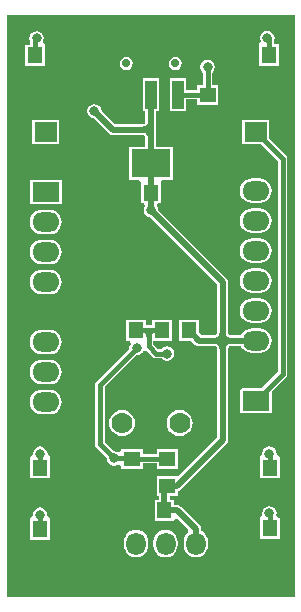
<source format=gbl>
G04*
G04 #@! TF.GenerationSoftware,Altium Limited,Altium Designer,18.1.6 (161)*
G04*
G04 Layer_Physical_Order=2*
G04 Layer_Color=16711680*
%FSTAX24Y24*%
%MOIN*%
G70*
G01*
G75*
%ADD18R,0.0550X0.0500*%
%ADD19R,0.0500X0.0550*%
%ADD40C,0.0150*%
%ADD41C,0.0200*%
%ADD43O,0.0900X0.0650*%
%ADD44R,0.0900X0.0650*%
%ADD45O,0.0750X0.0650*%
%ADD46R,0.0750X0.0650*%
%ADD47C,0.0700*%
%ADD48O,0.0650X0.0750*%
%ADD49C,0.0276*%
%ADD50C,0.0315*%
%ADD51R,0.0394X0.0945*%
%ADD52R,0.1299X0.0945*%
G36*
X01971Y010133D02*
X010133D01*
Y029552D01*
X01971D01*
Y010133D01*
D02*
G37*
%LPC*%
G36*
X011114Y029008D02*
X011021Y02899D01*
X010943Y028937D01*
X01089Y028859D01*
X010872Y028766D01*
X010889Y028678D01*
Y028561D01*
X010717D01*
Y027851D01*
X011377D01*
Y028561D01*
X011377D01*
X011329Y028661D01*
X011338Y028673D01*
X011356Y028766D01*
X011338Y028859D01*
X011285Y028937D01*
X011207Y02899D01*
X011114Y029008D01*
D02*
G37*
G36*
X018803Y029026D02*
X018711Y029007D01*
X018632Y028955D01*
X01858Y028876D01*
X018561Y028783D01*
X01858Y028691D01*
X018597Y028665D01*
X018543Y028565D01*
X01854D01*
Y027855D01*
X0192D01*
Y028565D01*
X019028D01*
Y028695D01*
X019046Y028783D01*
X019027Y028876D01*
X018975Y028955D01*
X018896Y029007D01*
X018803Y029026D01*
D02*
G37*
G36*
X015738Y028155D02*
X015653Y028138D01*
X015581Y02809D01*
X015533Y028018D01*
X015516Y027933D01*
X015533Y027848D01*
X015581Y027776D01*
X015653Y027728D01*
X015738Y027711D01*
X015823Y027728D01*
X015895Y027776D01*
X015943Y027848D01*
X01596Y027933D01*
X015943Y028018D01*
X015895Y02809D01*
X015823Y028138D01*
X015738Y028155D01*
D02*
G37*
G36*
X014104D02*
X014019Y028138D01*
X013947Y02809D01*
X013899Y028018D01*
X013882Y027933D01*
X013899Y027848D01*
X013947Y027776D01*
X014019Y027728D01*
X014104Y027711D01*
X014189Y027728D01*
X014261Y027776D01*
X014309Y027848D01*
X014326Y027933D01*
X014309Y028018D01*
X014261Y02809D01*
X014189Y028138D01*
X014104Y028155D01*
D02*
G37*
G36*
X016811Y028051D02*
X016718Y028033D01*
X01664Y02798D01*
X016587Y027902D01*
X016569Y027809D01*
X016587Y027716D01*
X01664Y027638D01*
X016653Y027629D01*
Y02722D01*
X016456D01*
Y027048D01*
X016104D01*
Y027442D01*
X01555D01*
Y026337D01*
X016104D01*
Y026732D01*
X016456D01*
Y02656D01*
X017166D01*
Y02722D01*
X016969D01*
Y027629D01*
X016982Y027638D01*
X017035Y027716D01*
X017053Y027809D01*
X017035Y027902D01*
X016982Y02798D01*
X016904Y028033D01*
X016811Y028051D01*
D02*
G37*
G36*
X015198Y027442D02*
X014644D01*
Y026337D01*
X014738D01*
Y025999D01*
X014734Y025978D01*
X014728Y02596D01*
X014721Y025948D01*
X014713Y025938D01*
X014704Y02593D01*
X014691Y025923D01*
X014673Y025917D01*
X014652Y025914D01*
X013725D01*
X013278Y02636D01*
X013264Y026431D01*
X013211Y02651D01*
X013133Y026562D01*
X01304Y026581D01*
X012947Y026562D01*
X012869Y02651D01*
X012816Y026431D01*
X012798Y026339D01*
X012816Y026246D01*
X012869Y026167D01*
X012947Y026115D01*
X013018Y026101D01*
X013519Y0256D01*
X013578Y02556D01*
X013649Y025546D01*
X014652D01*
X014673Y025543D01*
X014691Y025537D01*
X014704Y02553D01*
X014713Y025522D01*
X014721Y025512D01*
X014728Y0255D01*
X014734Y025482D01*
X014738Y025461D01*
Y025159D01*
X014192D01*
Y024054D01*
X014535D01*
X014591Y023977D01*
Y023267D01*
X014681D01*
X01472Y023167D01*
X014698Y023134D01*
X014679Y023041D01*
X014698Y022949D01*
X01475Y02287D01*
X014829Y022818D01*
X0149Y022803D01*
X017126Y020577D01*
Y018962D01*
X017123Y018941D01*
X017117Y018923D01*
X01711Y01891D01*
X017102Y018901D01*
X017092Y018893D01*
X01708Y018886D01*
X017062Y01888D01*
X017041Y018876D01*
X016603D01*
X01651Y01897D01*
Y019395D01*
X01585D01*
Y018685D01*
X016275D01*
X016397Y018563D01*
X016457Y018523D01*
X016527Y018509D01*
X017041D01*
X017062Y018506D01*
X01708Y0185D01*
X017092Y018493D01*
X017102Y018485D01*
X01711Y018475D01*
X017117Y018462D01*
X017123Y018445D01*
X017126Y018424D01*
Y015466D01*
X015903Y014242D01*
X015827Y014188D01*
Y014188D01*
X015827Y014188D01*
X015117D01*
Y013528D01*
X015193D01*
Y013386D01*
X015046D01*
Y012677D01*
X015706D01*
Y012727D01*
X015806Y012768D01*
X016161Y012414D01*
X016151Y012282D01*
X016132Y012268D01*
X016067Y012183D01*
X016027Y012085D01*
X016013Y011979D01*
Y011879D01*
X016027Y011773D01*
X016067Y011675D01*
X016132Y01159D01*
X016217Y011525D01*
X016316Y011485D01*
X016421Y011471D01*
X016527Y011485D01*
X016626Y011525D01*
X01671Y01159D01*
X016775Y011675D01*
X016816Y011773D01*
X01683Y011879D01*
Y011979D01*
X016816Y012085D01*
X016775Y012183D01*
X01671Y012268D01*
X016626Y012333D01*
X016605Y012341D01*
Y012413D01*
X016591Y012483D01*
X016551Y012543D01*
X015932Y013161D01*
X015873Y013201D01*
X015803Y013215D01*
X015706D01*
Y013386D01*
X01556D01*
Y013528D01*
X015827D01*
Y013685D01*
X015848Y013689D01*
X015908Y013728D01*
X01744Y01526D01*
X01748Y01532D01*
X017494Y01539D01*
Y018424D01*
X017497Y018445D01*
X017503Y018462D01*
X01751Y018475D01*
X017518Y018485D01*
X017528Y018493D01*
X01754Y0185D01*
X017558Y018506D01*
X017579Y018509D01*
X017934D01*
X017942Y018489D01*
X018007Y018404D01*
X018092Y018339D01*
X018191Y018298D01*
X018296Y018284D01*
X018546D01*
X018652Y018298D01*
X018751Y018339D01*
X018835Y018404D01*
X0189Y018489D01*
X018941Y018587D01*
X018955Y018693D01*
X018941Y018799D01*
X0189Y018897D01*
X018835Y018982D01*
X018751Y019047D01*
X018652Y019087D01*
X018546Y019101D01*
X018296D01*
X018191Y019087D01*
X018092Y019047D01*
X018007Y018982D01*
X017942Y018897D01*
X017934Y018876D01*
X017579D01*
X017558Y01888D01*
X01754Y018886D01*
X017528Y018893D01*
X017518Y018901D01*
X01751Y01891D01*
X017503Y018923D01*
X017497Y018941D01*
X017494Y018962D01*
Y020653D01*
X01748Y020723D01*
X01744Y020782D01*
X015159Y023063D01*
X015145Y023134D01*
X015123Y023167D01*
X015162Y023267D01*
X015251D01*
Y023977D01*
X015307Y024054D01*
X015651D01*
Y025159D01*
X015105D01*
Y02573D01*
Y026337D01*
X015198D01*
Y027442D01*
D02*
G37*
G36*
X011876Y026051D02*
X010966D01*
Y025241D01*
X011876D01*
Y026051D01*
D02*
G37*
G36*
X018546Y024101D02*
X018296D01*
X018191Y024087D01*
X018092Y024047D01*
X018007Y023982D01*
X017942Y023897D01*
X017902Y023799D01*
X017888Y023693D01*
X017902Y023587D01*
X017942Y023489D01*
X018007Y023404D01*
X018092Y023339D01*
X018191Y023298D01*
X018296Y023284D01*
X018546D01*
X018652Y023298D01*
X018751Y023339D01*
X018835Y023404D01*
X0189Y023489D01*
X018941Y023587D01*
X018955Y023693D01*
X018941Y023799D01*
X0189Y023897D01*
X018835Y023982D01*
X018751Y024047D01*
X018652Y024087D01*
X018546Y024101D01*
D02*
G37*
G36*
X011951Y024051D02*
X010891D01*
Y023241D01*
X011951D01*
Y024051D01*
D02*
G37*
G36*
X018546Y023101D02*
X018296D01*
X018191Y023087D01*
X018092Y023047D01*
X018007Y022982D01*
X017942Y022897D01*
X017902Y022799D01*
X017888Y022693D01*
X017902Y022587D01*
X017942Y022489D01*
X018007Y022404D01*
X018092Y022339D01*
X018191Y022298D01*
X018296Y022284D01*
X018546D01*
X018652Y022298D01*
X018751Y022339D01*
X018835Y022404D01*
X0189Y022489D01*
X018941Y022587D01*
X018955Y022693D01*
X018941Y022799D01*
X0189Y022897D01*
X018835Y022982D01*
X018751Y023047D01*
X018652Y023087D01*
X018546Y023101D01*
D02*
G37*
G36*
X011546Y023054D02*
X011296D01*
X011191Y02304D01*
X011092Y022999D01*
X011007Y022935D01*
X010942Y02285D01*
X010902Y022751D01*
X010888Y022646D01*
X010902Y02254D01*
X010942Y022441D01*
X011007Y022357D01*
X011092Y022292D01*
X011191Y022251D01*
X011296Y022237D01*
X011546D01*
X011652Y022251D01*
X011751Y022292D01*
X011835Y022357D01*
X0119Y022441D01*
X011941Y02254D01*
X011955Y022646D01*
X011941Y022751D01*
X0119Y02285D01*
X011835Y022935D01*
X011751Y022999D01*
X011652Y02304D01*
X011546Y023054D01*
D02*
G37*
G36*
X018546Y022101D02*
X018296D01*
X018191Y022087D01*
X018092Y022047D01*
X018007Y021982D01*
X017942Y021897D01*
X017902Y021799D01*
X017888Y021693D01*
X017902Y021587D01*
X017942Y021489D01*
X018007Y021404D01*
X018092Y021339D01*
X018191Y021298D01*
X018296Y021284D01*
X018546D01*
X018652Y021298D01*
X018751Y021339D01*
X018835Y021404D01*
X0189Y021489D01*
X018941Y021587D01*
X018955Y021693D01*
X018941Y021799D01*
X0189Y021897D01*
X018835Y021982D01*
X018751Y022047D01*
X018652Y022087D01*
X018546Y022101D01*
D02*
G37*
G36*
X011546Y022054D02*
X011296D01*
X011191Y02204D01*
X011092Y021999D01*
X011007Y021935D01*
X010942Y02185D01*
X010902Y021751D01*
X010888Y021646D01*
X010902Y02154D01*
X010942Y021441D01*
X011007Y021357D01*
X011092Y021292D01*
X011191Y021251D01*
X011296Y021237D01*
X011546D01*
X011652Y021251D01*
X011751Y021292D01*
X011835Y021357D01*
X0119Y021441D01*
X011941Y02154D01*
X011955Y021646D01*
X011941Y021751D01*
X0119Y02185D01*
X011835Y021935D01*
X011751Y021999D01*
X011652Y02204D01*
X011546Y022054D01*
D02*
G37*
G36*
X018546Y021101D02*
X018296D01*
X018191Y021087D01*
X018092Y021047D01*
X018007Y020982D01*
X017942Y020897D01*
X017902Y020799D01*
X017888Y020693D01*
X017902Y020587D01*
X017942Y020489D01*
X018007Y020404D01*
X018092Y020339D01*
X018191Y020298D01*
X018296Y020284D01*
X018546D01*
X018652Y020298D01*
X018751Y020339D01*
X018835Y020404D01*
X0189Y020489D01*
X018941Y020587D01*
X018955Y020693D01*
X018941Y020799D01*
X0189Y020897D01*
X018835Y020982D01*
X018751Y021047D01*
X018652Y021087D01*
X018546Y021101D01*
D02*
G37*
G36*
X011546Y021054D02*
X011296D01*
X011191Y02104D01*
X011092Y020999D01*
X011007Y020935D01*
X010942Y02085D01*
X010902Y020751D01*
X010888Y020646D01*
X010902Y02054D01*
X010942Y020441D01*
X011007Y020357D01*
X011092Y020292D01*
X011191Y020251D01*
X011296Y020237D01*
X011546D01*
X011652Y020251D01*
X011751Y020292D01*
X011835Y020357D01*
X0119Y020441D01*
X011941Y02054D01*
X011955Y020646D01*
X011941Y020751D01*
X0119Y02085D01*
X011835Y020935D01*
X011751Y020999D01*
X011652Y02104D01*
X011546Y021054D01*
D02*
G37*
G36*
X018546Y020101D02*
X018296D01*
X018191Y020087D01*
X018092Y020047D01*
X018007Y019982D01*
X017942Y019897D01*
X017902Y019799D01*
X017888Y019693D01*
X017902Y019587D01*
X017942Y019489D01*
X018007Y019404D01*
X018092Y019339D01*
X018191Y019298D01*
X018296Y019284D01*
X018546D01*
X018652Y019298D01*
X018751Y019339D01*
X018835Y019404D01*
X0189Y019489D01*
X018941Y019587D01*
X018955Y019693D01*
X018941Y019799D01*
X0189Y019897D01*
X018835Y019982D01*
X018751Y020047D01*
X018652Y020087D01*
X018546Y020101D01*
D02*
G37*
G36*
X01561Y019395D02*
X01495D01*
Y019198D01*
X01475D01*
Y019395D01*
X01409D01*
Y018685D01*
X014216D01*
X014227Y018672D01*
X01426Y018585D01*
X014225Y018533D01*
X014207Y01844D01*
X01421Y018424D01*
X013108Y017323D01*
X013074Y017272D01*
X013062Y017211D01*
Y01525D01*
X013074Y01519D01*
X013108Y015138D01*
X013461Y014786D01*
X013458Y01477D01*
X013476Y014677D01*
X013529Y014599D01*
X013607Y014546D01*
X0137Y014528D01*
X013793Y014546D01*
X013836Y014575D01*
X013936Y01453D01*
Y014428D01*
X014646D01*
Y0146D01*
X015117D01*
Y014428D01*
X015827D01*
Y015088D01*
X015117D01*
Y014916D01*
X014646D01*
Y015088D01*
X013936D01*
Y01501D01*
X013836Y014965D01*
X013793Y014994D01*
X0137Y015012D01*
X013684Y015009D01*
X013378Y015315D01*
Y017146D01*
X014433Y018201D01*
X014449Y018198D01*
X014541Y018216D01*
X01462Y018269D01*
X01466Y018329D01*
X014664Y018332D01*
X014737Y01835D01*
X014775Y018351D01*
X014978Y018148D01*
X01503Y018114D01*
X01509Y018102D01*
X01528D01*
X015289Y018089D01*
X015367Y018036D01*
X01546Y018018D01*
X015553Y018036D01*
X015631Y018089D01*
X015684Y018167D01*
X015702Y01826D01*
X015684Y018353D01*
X015631Y018431D01*
X015553Y018484D01*
X01546Y018502D01*
X015367Y018484D01*
X015289Y018431D01*
X01528Y018418D01*
X015155D01*
X015008Y018565D01*
Y018685D01*
X01561D01*
Y019395D01*
D02*
G37*
G36*
X011546Y019054D02*
X011296D01*
X011191Y01904D01*
X011092Y018999D01*
X011007Y018935D01*
X010942Y01885D01*
X010902Y018751D01*
X010888Y018646D01*
X010902Y01854D01*
X010942Y018441D01*
X011007Y018357D01*
X011092Y018292D01*
X011191Y018251D01*
X011296Y018237D01*
X011546D01*
X011652Y018251D01*
X011751Y018292D01*
X011835Y018357D01*
X0119Y018441D01*
X011941Y01854D01*
X011955Y018646D01*
X011941Y018751D01*
X0119Y01885D01*
X011835Y018935D01*
X011751Y018999D01*
X011652Y01904D01*
X011546Y019054D01*
D02*
G37*
G36*
Y018054D02*
X011296D01*
X011191Y01804D01*
X011092Y017999D01*
X011007Y017935D01*
X010942Y01785D01*
X010902Y017751D01*
X010888Y017646D01*
X010902Y01754D01*
X010942Y017441D01*
X011007Y017357D01*
X011092Y017292D01*
X011191Y017251D01*
X011296Y017237D01*
X011546D01*
X011652Y017251D01*
X011751Y017292D01*
X011835Y017357D01*
X0119Y017441D01*
X011941Y01754D01*
X011955Y017646D01*
X011941Y017751D01*
X0119Y01785D01*
X011835Y017935D01*
X011751Y017999D01*
X011652Y01804D01*
X011546Y018054D01*
D02*
G37*
G36*
X018876Y026051D02*
X017966D01*
Y025241D01*
X018603D01*
X019152Y024691D01*
Y017647D01*
X018603Y017098D01*
X017891D01*
Y016288D01*
X018951D01*
Y016999D01*
X019422Y01747D01*
X019456Y017521D01*
X019468Y017582D01*
Y024757D01*
X019456Y024817D01*
X019422Y024869D01*
X018876Y025414D01*
Y026051D01*
D02*
G37*
G36*
X011546Y017054D02*
X011296D01*
X011191Y01704D01*
X011092Y016999D01*
X011007Y016935D01*
X010942Y01685D01*
X010902Y016751D01*
X010888Y016646D01*
X010902Y01654D01*
X010942Y016441D01*
X011007Y016357D01*
X011092Y016292D01*
X011191Y016251D01*
X011296Y016237D01*
X011546D01*
X011652Y016251D01*
X011751Y016292D01*
X011835Y016357D01*
X0119Y016441D01*
X011941Y01654D01*
X011955Y016646D01*
X011941Y016751D01*
X0119Y01685D01*
X011835Y016935D01*
X011751Y016999D01*
X011652Y01704D01*
X011546Y017054D01*
D02*
G37*
G36*
X015882Y016379D02*
X01577Y016364D01*
X015665Y01632D01*
X015575Y016252D01*
X015506Y016162D01*
X015463Y016057D01*
X015448Y015945D01*
X015463Y015833D01*
X015506Y015728D01*
X015575Y015638D01*
X015665Y015569D01*
X01577Y015526D01*
X015882Y015511D01*
X015994Y015526D01*
X016099Y015569D01*
X016189Y015638D01*
X016257Y015728D01*
X016301Y015833D01*
X016316Y015945D01*
X016301Y016057D01*
X016257Y016162D01*
X016189Y016252D01*
X016099Y01632D01*
X015994Y016364D01*
X015882Y016379D01*
D02*
G37*
G36*
X013961D02*
X013848Y016364D01*
X013744Y01632D01*
X013654Y016252D01*
X013585Y016162D01*
X013542Y016057D01*
X013527Y015945D01*
X013542Y015833D01*
X013585Y015728D01*
X013654Y015638D01*
X013744Y015569D01*
X013848Y015526D01*
X013961Y015511D01*
X014073Y015526D01*
X014177Y015569D01*
X014267Y015638D01*
X014336Y015728D01*
X01438Y015833D01*
X014394Y015945D01*
X01438Y016057D01*
X014336Y016162D01*
X014267Y016252D01*
X014177Y01632D01*
X014073Y016364D01*
X013961Y016379D01*
D02*
G37*
G36*
X018873Y015169D02*
X018781Y01515D01*
X018702Y015098D01*
X01865Y015019D01*
X018631Y014927D01*
X018634Y014915D01*
X018551Y014815D01*
X01855D01*
Y014105D01*
X01921D01*
Y014815D01*
X019195D01*
X019113Y014915D01*
X019116Y014927D01*
X019097Y015019D01*
X019045Y015098D01*
X018966Y01515D01*
X018873Y015169D01*
D02*
G37*
G36*
X011237Y015166D02*
X011144Y015147D01*
X011065Y015095D01*
X011013Y015016D01*
X010994Y014923D01*
X010996Y014915D01*
X010914Y014815D01*
X0109D01*
Y014105D01*
X01156D01*
Y014815D01*
X011559D01*
X011477Y014915D01*
X011479Y014923D01*
X01146Y015016D01*
X011408Y015095D01*
X011329Y015147D01*
X011237Y015166D01*
D02*
G37*
G36*
X018873Y013179D02*
X018781Y01316D01*
X018702Y013108D01*
X01865Y013029D01*
X018631Y012937D01*
X01864Y012895D01*
X018571Y012795D01*
X01856D01*
Y012085D01*
X01922D01*
Y012795D01*
X019175D01*
X019107Y012895D01*
X019116Y012937D01*
X019097Y013029D01*
X019045Y013108D01*
X018966Y01316D01*
X018873Y013179D01*
D02*
G37*
G36*
X01123Y013132D02*
X011137Y013114D01*
X011059Y013061D01*
X011006Y012983D01*
X010988Y01289D01*
X010993Y012865D01*
X010917Y012765D01*
X0109D01*
Y012055D01*
X01156D01*
Y012765D01*
X011543D01*
X011467Y012865D01*
X011472Y01289D01*
X011454Y012983D01*
X011401Y013061D01*
X011323Y013114D01*
X01123Y013132D01*
D02*
G37*
G36*
X015411Y012388D02*
X015306Y012374D01*
X015207Y012333D01*
X015122Y012268D01*
X015057Y012183D01*
X015017Y012085D01*
X015003Y011979D01*
Y011879D01*
X015017Y011773D01*
X015057Y011675D01*
X015122Y01159D01*
X015207Y011525D01*
X015306Y011485D01*
X015411Y011471D01*
X015517Y011485D01*
X015616Y011525D01*
X0157Y01159D01*
X015765Y011675D01*
X015806Y011773D01*
X01582Y011879D01*
Y011979D01*
X015806Y012085D01*
X015765Y012183D01*
X0157Y012268D01*
X015616Y012333D01*
X015517Y012374D01*
X015411Y012388D01*
D02*
G37*
G36*
X014431D02*
X014326Y012374D01*
X014227Y012333D01*
X014142Y012268D01*
X014077Y012183D01*
X014037Y012085D01*
X014023Y011979D01*
Y011879D01*
X014037Y011773D01*
X014077Y011675D01*
X014142Y01159D01*
X014227Y011525D01*
X014326Y011485D01*
X014431Y011471D01*
X014537Y011485D01*
X014636Y011525D01*
X01472Y01159D01*
X014785Y011675D01*
X014826Y011773D01*
X01484Y011879D01*
Y011979D01*
X014826Y012085D01*
X014785Y012183D01*
X01472Y012268D01*
X014636Y012333D01*
X014537Y012374D01*
X014431Y012388D01*
D02*
G37*
%LPD*%
G36*
X015021Y02573D02*
X014821Y02543D01*
X014819Y025468D01*
X014813Y025502D01*
X014803Y025532D01*
X014789Y025558D01*
X014771Y02558D01*
X014749Y025598D01*
X014723Y025612D01*
X014693Y025622D01*
X014659Y025628D01*
X014621Y02563D01*
Y02583D01*
X014659Y025832D01*
X014693Y025838D01*
X014723Y025848D01*
X014749Y025862D01*
X014771Y02588D01*
X014789Y025902D01*
X014803Y025928D01*
X014813Y025958D01*
X014819Y025992D01*
X014821Y02603D01*
X015021Y02573D01*
D02*
G37*
G36*
X017412Y018955D02*
X017418Y018921D01*
X017428Y018891D01*
X017442Y018865D01*
X01746Y018843D01*
X017482Y018825D01*
X017508Y018811D01*
X017538Y018801D01*
X017572Y018795D01*
X01761Y018793D01*
Y018593D01*
X017572Y018591D01*
X017538Y018585D01*
X017508Y018575D01*
X017482Y018561D01*
X01746Y018543D01*
X017442Y018521D01*
X017428Y018495D01*
X017418Y018465D01*
X017412Y018431D01*
X01741Y018393D01*
X01721D01*
X017208Y018431D01*
X017202Y018465D01*
X017192Y018495D01*
X017178Y018521D01*
X01716Y018543D01*
X017138Y018561D01*
X017112Y018575D01*
X017082Y018585D01*
X017048Y018591D01*
X01701Y018593D01*
Y018793D01*
X017048Y018795D01*
X017082Y018801D01*
X017112Y018811D01*
X017138Y018825D01*
X01716Y018843D01*
X017178Y018865D01*
X017192Y018891D01*
X017202Y018921D01*
X017208Y018955D01*
X01721Y018993D01*
X01741D01*
X017412Y018955D01*
D02*
G37*
G36*
X015075Y018965D02*
X015046Y018964D01*
X015021Y018959D01*
X014999Y018951D01*
X014979Y018941D01*
X014963Y018928D01*
X014949Y018911D01*
X014938Y018892D01*
X014931Y018869D01*
X014927Y018843D01*
X014925Y018815D01*
X014775D01*
X014773Y018843D01*
X014769Y018869D01*
X014762Y018892D01*
X014751Y018911D01*
X014737Y018928D01*
X014721Y018941D01*
X014701Y018951D01*
X014679Y018959D01*
X014654Y018964D01*
X014625Y018965D01*
X01485Y019115D01*
X015075Y018965D01*
D02*
G37*
D18*
X015472Y014758D02*
D03*
Y013858D02*
D03*
X014291D02*
D03*
Y014758D02*
D03*
X016811Y02599D02*
D03*
Y02689D02*
D03*
D19*
X01797Y02821D02*
D03*
X01887D02*
D03*
X01442Y01904D02*
D03*
X01352D02*
D03*
X01618D02*
D03*
X01528D02*
D03*
X01123Y01446D02*
D03*
X01213D02*
D03*
X01123Y01241D02*
D03*
X01213D02*
D03*
X014476Y013032D02*
D03*
X015376D02*
D03*
X01889Y01244D02*
D03*
X01799D02*
D03*
X01888Y01446D02*
D03*
X01798D02*
D03*
X011947Y028206D02*
D03*
X011047D02*
D03*
X015821Y023622D02*
D03*
X014921D02*
D03*
D40*
X011947Y028206D02*
X013244D01*
X01931Y017582D02*
Y024757D01*
X018421Y025646D02*
X01931Y024757D01*
X01887Y02821D02*
Y028717D01*
X018803Y028783D02*
X01887Y028717D01*
X011047Y028206D02*
Y028699D01*
X011114Y028766D01*
X016811Y024612D02*
Y02599D01*
X01213Y01902D02*
X01215Y01904D01*
X01352D01*
X01213Y01446D02*
Y01902D01*
X011504Y019646D02*
X01213Y01902D01*
X011421Y019646D02*
X011504D01*
X014291Y013858D02*
X014476Y013673D01*
Y013032D02*
Y013673D01*
X014092Y013032D02*
X014476D01*
X013421Y012361D02*
X014092Y013032D01*
X013421Y011929D02*
Y012361D01*
X015821Y023622D02*
X016811Y024612D01*
X014016Y02689D02*
Y027434D01*
X013244Y028206D02*
X014016Y027434D01*
X0177Y01474D02*
X01798Y01446D01*
X0177Y01474D02*
Y016972D01*
X018421Y017693D01*
X01798Y01446D02*
X01799Y01445D01*
Y01244D02*
Y01445D01*
X012611Y011929D02*
X013421D01*
X01213Y01241D02*
X012611Y011929D01*
X01213Y01241D02*
Y01446D01*
X01123D02*
X011237Y014467D01*
Y014923D01*
X01889Y01244D02*
Y01292D01*
X018873Y012937D02*
X01889Y01292D01*
X01888Y01446D02*
Y01492D01*
X018873Y014927D02*
X01888Y01492D01*
X018421Y016693D02*
X01931Y017582D01*
X01123Y01241D02*
Y01289D01*
X01428Y01477D02*
X014291Y014758D01*
X0137Y01477D02*
X01428D01*
X01322Y01525D02*
X0137Y01477D01*
X01322Y01525D02*
Y017211D01*
X014449Y01844D01*
X014291Y014758D02*
X015472D01*
X01485Y01904D02*
X01528D01*
X01442D02*
X01485D01*
Y0185D02*
Y01904D01*
Y0185D02*
X01509Y01826D01*
X01546D01*
X015827Y02689D02*
X015827Y02689D01*
X016811D01*
Y027809D01*
D41*
X015376Y013032D02*
X015803D01*
X016421Y012413D01*
Y011929D02*
Y012413D01*
X01731Y01539D02*
Y018693D01*
X015778Y013858D02*
X01731Y01539D01*
X015472Y013858D02*
X015778D01*
X01731Y018693D02*
X018421D01*
X016527D02*
X01731D01*
Y020653D01*
X014921Y023041D02*
X01731Y020653D01*
X01618Y01904D02*
X016527Y018693D01*
X015376Y013762D02*
X015472Y013858D01*
X015376Y013032D02*
Y013762D01*
X013649Y02573D02*
X014921D01*
X01304Y026339D02*
X013649Y02573D01*
X014921D02*
Y02689D01*
Y024606D02*
Y02573D01*
Y023041D02*
Y023622D01*
Y024606D01*
D43*
X018421Y022693D02*
D03*
Y020693D02*
D03*
Y017693D02*
D03*
Y018693D02*
D03*
Y019693D02*
D03*
Y021693D02*
D03*
Y023693D02*
D03*
X011421Y017646D02*
D03*
Y019646D02*
D03*
Y022646D02*
D03*
Y021646D02*
D03*
Y020646D02*
D03*
Y018646D02*
D03*
Y016646D02*
D03*
D44*
X018421Y016693D02*
D03*
X011421Y023646D02*
D03*
D45*
Y026656D02*
D03*
X018421D02*
D03*
D46*
X011421Y025646D02*
D03*
X018421D02*
D03*
D47*
X013961Y015945D02*
D03*
X015882D02*
D03*
D48*
X013421Y011929D02*
D03*
X014431D02*
D03*
X015411D02*
D03*
X016421D02*
D03*
D49*
X015738Y027933D02*
D03*
X014104D02*
D03*
D50*
X018421Y0246D02*
D03*
X01139Y02466D02*
D03*
X01316Y02558D02*
D03*
X0132Y02783D02*
D03*
X01243Y02732D02*
D03*
X018803Y028783D02*
D03*
X011114Y028766D02*
D03*
X01397Y02382D02*
D03*
X01442Y02539D02*
D03*
X01604Y02761D02*
D03*
X01536Y02692D02*
D03*
X01444Y02698D02*
D03*
X013585Y018089D02*
D03*
X01491Y0125D02*
D03*
X01582Y01247D02*
D03*
X01592Y01337D02*
D03*
X01245Y0159D02*
D03*
X01248Y0171D02*
D03*
X01662Y01816D02*
D03*
X01479Y01601D02*
D03*
X01895Y01812D02*
D03*
X01783D02*
D03*
Y01923D02*
D03*
X01683Y01925D02*
D03*
X01679Y01705D02*
D03*
Y0159D02*
D03*
X01621Y01505D02*
D03*
X01714Y01447D02*
D03*
X0138Y01323D02*
D03*
X01319Y01392D02*
D03*
Y01477D02*
D03*
X01545Y01534D02*
D03*
X0145D02*
D03*
X01491Y01356D02*
D03*
X01125Y015938D02*
D03*
X0135Y02692D02*
D03*
X01744Y02705D02*
D03*
X016122Y02606D02*
D03*
X0153Y025665D02*
D03*
X01572Y02305D02*
D03*
X01692Y02409D02*
D03*
X0166Y02287D02*
D03*
X01746Y02334D02*
D03*
X01563Y01672D02*
D03*
X01497Y01673D02*
D03*
X01357Y01645D02*
D03*
X013961Y01695D02*
D03*
X011237Y014923D02*
D03*
X018873Y012937D02*
D03*
Y014927D02*
D03*
X01123Y01289D02*
D03*
X0137Y01477D02*
D03*
X014449Y01844D02*
D03*
X01546Y01826D02*
D03*
X01304Y026339D02*
D03*
X014921Y023041D02*
D03*
X016811Y027809D02*
D03*
D51*
X014016Y02689D02*
D03*
X014921D02*
D03*
X015827D02*
D03*
D52*
X014921Y024606D02*
D03*
M02*

</source>
